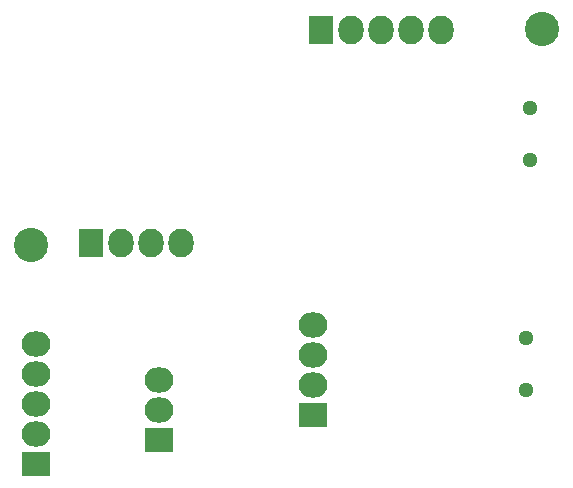
<source format=gbs>
G04 #@! TF.FileFunction,Soldermask,Bot*
%FSLAX46Y46*%
G04 Gerber Fmt 4.6, Leading zero omitted, Abs format (unit mm)*
G04 Created by KiCad (PCBNEW 4.0.4-stable) date 10/17/16 21:55:59*
%MOMM*%
%LPD*%
G01*
G04 APERTURE LIST*
%ADD10C,0.100000*%
%ADD11R,2.432000X2.127200*%
%ADD12O,2.432000X2.127200*%
%ADD13C,1.299160*%
%ADD14R,2.127200X2.432000*%
%ADD15O,2.127200X2.432000*%
%ADD16C,2.900000*%
G04 APERTURE END LIST*
D10*
D11*
X143052800Y-119786400D03*
D12*
X143052800Y-117246400D03*
X143052800Y-114706400D03*
X143052800Y-112166400D03*
D11*
X130048000Y-121970800D03*
D12*
X130048000Y-119430800D03*
X130048000Y-116890800D03*
D13*
X161455100Y-98211640D03*
X161455100Y-93812360D03*
D14*
X124256800Y-105257600D03*
D15*
X126796800Y-105257600D03*
X129336800Y-105257600D03*
X131876800Y-105257600D03*
D16*
X162458400Y-87122000D03*
D13*
X161099500Y-117718840D03*
X161099500Y-113319560D03*
D16*
X119176800Y-105460800D03*
D14*
X143713200Y-87223600D03*
D15*
X146253200Y-87223600D03*
X148793200Y-87223600D03*
X151333200Y-87223600D03*
X153873200Y-87223600D03*
D11*
X119583200Y-123952000D03*
D12*
X119583200Y-121412000D03*
X119583200Y-118872000D03*
X119583200Y-116332000D03*
X119583200Y-113792000D03*
M02*

</source>
